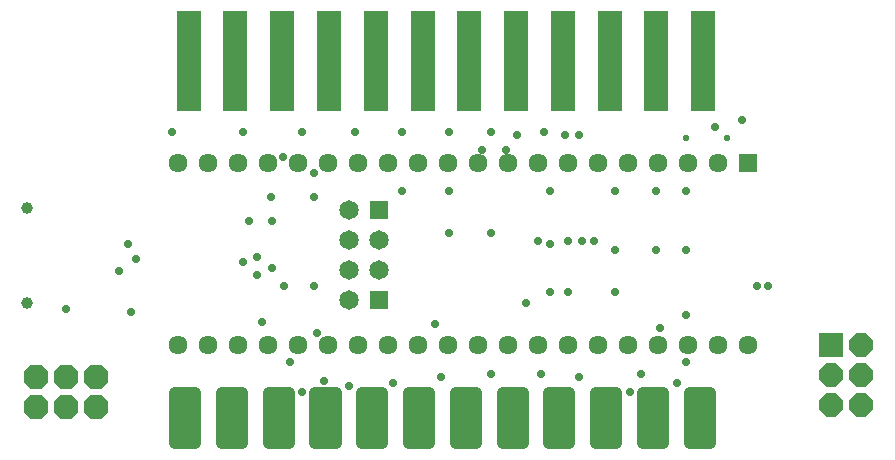
<source format=gts>
G04 EAGLE Gerber RS-274X export*
G75*
%MOMM*%
%FSLAX34Y34*%
%LPD*%
%INTop Soldermask*%
%IPPOS*%
%AMOC8*
5,1,8,0,0,1.08239X$1,22.5*%
G01*
%ADD10C,0.553200*%
%ADD11R,1.614400X1.614400*%
%ADD12C,1.614400*%
%ADD13C,0.960119*%
%ADD14C,1.003200*%
%ADD15R,2.032000X2.032000*%
%ADD16P,2.199416X8X292.500000*%
%ADD17R,1.643200X1.643200*%
%ADD18C,1.643200*%
%ADD19P,2.254402X8X22.500000*%
%ADD20R,2.108200X8.458200*%
%ADD21C,0.705600*%


D10*
X575000Y265000D03*
X610000Y265000D03*
D11*
X628000Y243950D03*
D12*
X602600Y243950D03*
X577200Y243950D03*
X551800Y243950D03*
X526400Y243950D03*
X501000Y243950D03*
X475600Y243950D03*
X450200Y243950D03*
X424800Y243950D03*
X399400Y243950D03*
X374000Y243950D03*
X348600Y243950D03*
X323200Y243950D03*
X297800Y243950D03*
X272400Y243950D03*
X247000Y243950D03*
X221600Y243950D03*
X196200Y243950D03*
X170800Y243950D03*
X145400Y243950D03*
X145400Y89650D03*
X170800Y89650D03*
X196200Y89650D03*
X221600Y89650D03*
X247000Y89650D03*
X272400Y89650D03*
X297800Y89650D03*
X323200Y89650D03*
X348600Y89650D03*
X374000Y89650D03*
X399400Y89650D03*
X424800Y89650D03*
X450200Y89650D03*
X475600Y89650D03*
X501000Y89650D03*
X526400Y89650D03*
X551800Y89650D03*
X577200Y89650D03*
X602600Y89650D03*
X628000Y89650D03*
D13*
X595304Y49716D02*
X577472Y49716D01*
X595304Y49716D02*
X595304Y6484D01*
X577472Y6484D01*
X577472Y49716D01*
X577472Y15605D02*
X595304Y15605D01*
X595304Y24726D02*
X577472Y24726D01*
X577472Y33847D02*
X595304Y33847D01*
X595304Y42968D02*
X577472Y42968D01*
X555704Y49716D02*
X537872Y49716D01*
X555704Y49716D02*
X555704Y6484D01*
X537872Y6484D01*
X537872Y49716D01*
X537872Y15605D02*
X555704Y15605D01*
X555704Y24726D02*
X537872Y24726D01*
X537872Y33847D02*
X555704Y33847D01*
X555704Y42968D02*
X537872Y42968D01*
X516104Y49716D02*
X498272Y49716D01*
X516104Y49716D02*
X516104Y6484D01*
X498272Y6484D01*
X498272Y49716D01*
X498272Y15605D02*
X516104Y15605D01*
X516104Y24726D02*
X498272Y24726D01*
X498272Y33847D02*
X516104Y33847D01*
X516104Y42968D02*
X498272Y42968D01*
X476504Y49716D02*
X458672Y49716D01*
X476504Y49716D02*
X476504Y6484D01*
X458672Y6484D01*
X458672Y49716D01*
X458672Y15605D02*
X476504Y15605D01*
X476504Y24726D02*
X458672Y24726D01*
X458672Y33847D02*
X476504Y33847D01*
X476504Y42968D02*
X458672Y42968D01*
X436904Y49716D02*
X419072Y49716D01*
X436904Y49716D02*
X436904Y6484D01*
X419072Y6484D01*
X419072Y49716D01*
X419072Y15605D02*
X436904Y15605D01*
X436904Y24726D02*
X419072Y24726D01*
X419072Y33847D02*
X436904Y33847D01*
X436904Y42968D02*
X419072Y42968D01*
X397304Y49716D02*
X379472Y49716D01*
X397304Y49716D02*
X397304Y6484D01*
X379472Y6484D01*
X379472Y49716D01*
X379472Y15605D02*
X397304Y15605D01*
X397304Y24726D02*
X379472Y24726D01*
X379472Y33847D02*
X397304Y33847D01*
X397304Y42968D02*
X379472Y42968D01*
X357704Y49716D02*
X339872Y49716D01*
X357704Y49716D02*
X357704Y6484D01*
X339872Y6484D01*
X339872Y49716D01*
X339872Y15605D02*
X357704Y15605D01*
X357704Y24726D02*
X339872Y24726D01*
X339872Y33847D02*
X357704Y33847D01*
X357704Y42968D02*
X339872Y42968D01*
X318104Y49716D02*
X300272Y49716D01*
X318104Y49716D02*
X318104Y6484D01*
X300272Y6484D01*
X300272Y49716D01*
X300272Y15605D02*
X318104Y15605D01*
X318104Y24726D02*
X300272Y24726D01*
X300272Y33847D02*
X318104Y33847D01*
X318104Y42968D02*
X300272Y42968D01*
X278504Y49716D02*
X260672Y49716D01*
X278504Y49716D02*
X278504Y6484D01*
X260672Y6484D01*
X260672Y49716D01*
X260672Y15605D02*
X278504Y15605D01*
X278504Y24726D02*
X260672Y24726D01*
X260672Y33847D02*
X278504Y33847D01*
X278504Y42968D02*
X260672Y42968D01*
X238904Y49716D02*
X221072Y49716D01*
X238904Y49716D02*
X238904Y6484D01*
X221072Y6484D01*
X221072Y49716D01*
X221072Y15605D02*
X238904Y15605D01*
X238904Y24726D02*
X221072Y24726D01*
X221072Y33847D02*
X238904Y33847D01*
X238904Y42968D02*
X221072Y42968D01*
X199304Y49716D02*
X181472Y49716D01*
X199304Y49716D02*
X199304Y6484D01*
X181472Y6484D01*
X181472Y49716D01*
X181472Y15605D02*
X199304Y15605D01*
X199304Y24726D02*
X181472Y24726D01*
X181472Y33847D02*
X199304Y33847D01*
X199304Y42968D02*
X181472Y42968D01*
X159704Y49716D02*
X141872Y49716D01*
X159704Y49716D02*
X159704Y6484D01*
X141872Y6484D01*
X141872Y49716D01*
X141872Y15605D02*
X159704Y15605D01*
X159704Y24726D02*
X141872Y24726D01*
X141872Y33847D02*
X159704Y33847D01*
X159704Y42968D02*
X141872Y42968D01*
D14*
X17500Y125500D03*
X17500Y205500D03*
D15*
X697700Y89800D03*
D16*
X723100Y89800D03*
X697700Y64400D03*
X723100Y64400D03*
X697700Y39000D03*
X723100Y39000D03*
D17*
X315025Y127750D03*
X315025Y203950D03*
D18*
X315025Y153150D03*
X315025Y178550D03*
X289625Y178550D03*
X289625Y153150D03*
X289625Y127750D03*
X289625Y203950D03*
D19*
X24600Y62700D03*
X24600Y37300D03*
X50000Y62700D03*
X50000Y37300D03*
X75400Y62700D03*
X75400Y37300D03*
D20*
X193800Y330540D03*
X233400Y330540D03*
X273000Y330540D03*
X312600Y330540D03*
X352200Y330540D03*
X391800Y330540D03*
X431400Y330540D03*
X471000Y330540D03*
X510600Y330540D03*
X550200Y330540D03*
X589800Y330540D03*
X154200Y330540D03*
D21*
X362500Y107500D03*
X262500Y100000D03*
X216000Y109000D03*
X269000Y59536D03*
X212000Y149000D03*
X212000Y164000D03*
X224000Y215000D03*
X234000Y249000D03*
X645000Y140000D03*
X622500Y280000D03*
X635000Y140000D03*
X600000Y274036D03*
X497500Y177500D03*
X485000Y267500D03*
X487500Y177500D03*
X472500Y267500D03*
X440000Y125000D03*
X432500Y267500D03*
X200000Y270000D03*
X250000Y270000D03*
X295000Y270000D03*
X335000Y270000D03*
X375000Y270000D03*
X410000Y270000D03*
X410000Y185000D03*
X375000Y185000D03*
X375000Y220000D03*
X335000Y220000D03*
X260000Y235000D03*
X260000Y215000D03*
X225000Y195000D03*
X205000Y195000D03*
X225000Y155000D03*
X200000Y160000D03*
X260000Y140000D03*
X235000Y140000D03*
X455000Y270000D03*
X460000Y220000D03*
X460000Y175000D03*
X460000Y135000D03*
X475000Y135000D03*
X515000Y135000D03*
X515000Y170000D03*
X515000Y220000D03*
X550000Y220000D03*
X575000Y220000D03*
X575000Y170000D03*
X550000Y170000D03*
X575000Y115000D03*
X575000Y75000D03*
X553000Y104000D03*
X240000Y75000D03*
X140000Y270000D03*
X410000Y65000D03*
X367500Y62500D03*
X327500Y57500D03*
X290000Y55000D03*
X250000Y50000D03*
X567500Y57500D03*
X527500Y50000D03*
X485000Y62500D03*
X537500Y65000D03*
X452500Y65000D03*
X105000Y117500D03*
X110000Y162500D03*
X102500Y175000D03*
X402500Y255000D03*
X422500Y255000D03*
X50000Y120000D03*
X475000Y177500D03*
X95000Y152500D03*
X450000Y177500D03*
M02*

</source>
